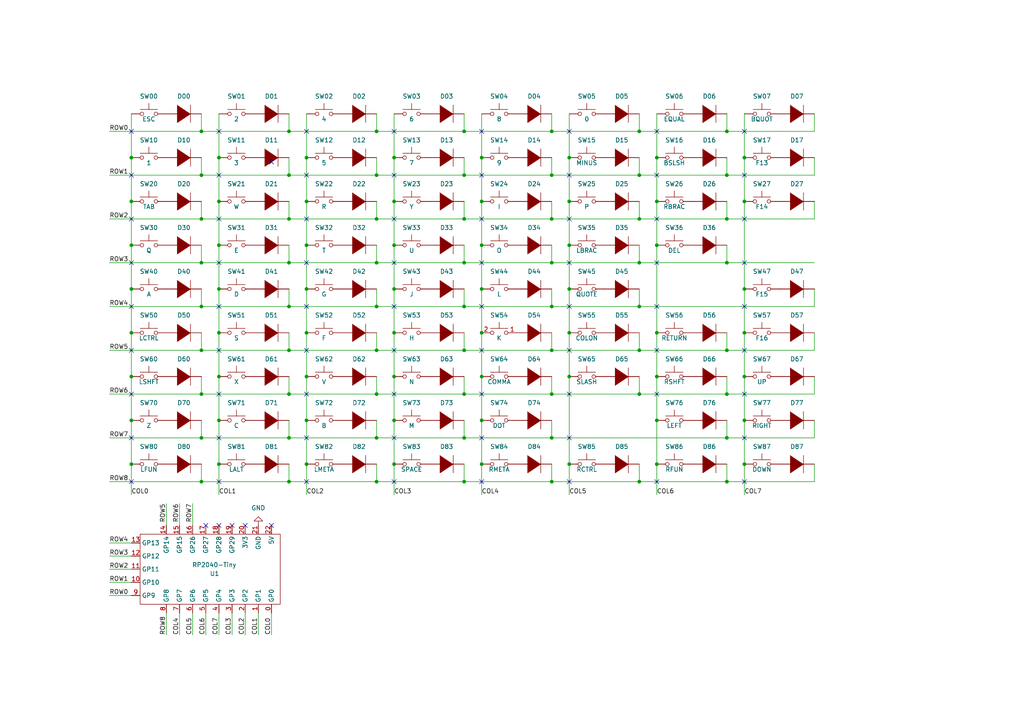
<source format=kicad_sch>
(kicad_sch (version 20211123) (generator eeschema)
  (paper "A4")
  (title_block (title "Keybird") (date "2023-06-29") (rev "0.2"))
  (junction (at 160.02 127))
  (junction (at 114.3 58.42))
  (junction (at 134.62 63.5))
  (junction (at 139.7 121.92))
  (junction (at 38.1 45.72))
  (junction (at 109.22 88.9))
  (junction (at 109.22 139.7))
  (junction (at 114.3 45.72))
  (junction (at 210.82 50.8))
  (junction (at 38.1 96.52))
  (junction (at 185.42 38.1))
  (junction (at 114.3 134.62))
  (junction (at 190.5 71.12))
  (junction (at 185.42 76.2))
  (junction (at 63.5 45.72))
  (junction (at 210.82 127))
  (junction (at 190.5 109.22))
  (junction (at 88.9 71.12))
  (junction (at 83.82 127))
  (junction (at 165.1 134.62))
  (junction (at 139.7 134.62))
  (junction (at 185.42 63.5))
  (junction (at 63.5 96.52))
  (junction (at 63.5 58.42))
  (junction (at 114.3 71.12))
  (junction (at 88.9 109.22))
  (junction (at 38.1 58.42))
  (junction (at 88.9 96.52))
  (junction (at 190.5 58.42))
  (junction (at 38.1 71.12))
  (junction (at 58.42 139.7))
  (junction (at 139.7 96.52))
  (junction (at 134.62 139.7))
  (junction (at 38.1 83.82))
  (junction (at 88.9 134.62))
  (junction (at 185.42 114.3))
  (junction (at 114.3 109.22))
  (junction (at 210.82 101.6))
  (junction (at 139.7 83.82))
  (junction (at 83.82 88.9))
  (junction (at 114.3 96.52))
  (junction (at 215.9 83.82))
  (junction (at 134.62 76.2))
  (junction (at 210.82 38.1))
  (junction (at 109.22 127))
  (junction (at 190.5 45.72))
  (junction (at 165.1 83.82))
  (junction (at 58.42 38.1))
  (junction (at 134.62 114.3))
  (junction (at 215.9 96.52))
  (junction (at 160.02 63.5))
  (junction (at 215.9 134.62))
  (junction (at 134.62 88.9))
  (junction (at 83.82 63.5))
  (junction (at 160.02 101.6))
  (junction (at 88.9 83.82))
  (junction (at 38.1 134.62))
  (junction (at 160.02 38.1))
  (junction (at 88.9 58.42))
  (junction (at 109.22 114.3))
  (junction (at 165.1 71.12))
  (junction (at 109.22 101.6))
  (junction (at 88.9 45.72))
  (junction (at 160.02 114.3))
  (junction (at 134.62 101.6))
  (junction (at 63.5 71.12))
  (junction (at 190.5 96.52))
  (junction (at 58.42 50.8))
  (junction (at 134.62 50.8))
  (junction (at 109.22 63.5))
  (junction (at 63.5 121.92))
  (junction (at 139.7 45.72))
  (junction (at 165.1 109.22))
  (junction (at 210.82 63.5))
  (junction (at 210.82 76.2))
  (junction (at 114.3 83.82))
  (junction (at 83.82 114.3))
  (junction (at 58.42 63.5))
  (junction (at 215.9 121.92))
  (junction (at 139.7 58.42))
  (junction (at 109.22 38.1))
  (junction (at 58.42 88.9))
  (junction (at 88.9 121.92))
  (junction (at 160.02 139.7))
  (junction (at 210.82 139.7))
  (junction (at 134.62 127))
  (junction (at 215.9 109.22))
  (junction (at 38.1 109.22))
  (junction (at 185.42 101.6))
  (junction (at 160.02 50.8))
  (junction (at 190.5 134.62))
  (junction (at 83.82 50.8))
  (junction (at 38.1 121.92))
  (junction (at 63.5 83.82))
  (junction (at 185.42 50.8))
  (junction (at 165.1 96.52))
  (junction (at 58.42 114.3))
  (junction (at 160.02 88.9))
  (junction (at 139.7 71.12))
  (junction (at 215.9 45.72))
  (junction (at 210.82 114.3))
  (junction (at 58.42 101.6))
  (junction (at 109.22 50.8))
  (junction (at 63.5 109.22))
  (junction (at 63.5 134.62))
  (junction (at 160.02 76.2))
  (junction (at 58.42 76.2))
  (junction (at 114.3 121.92))
  (junction (at 139.7 109.22))
  (junction (at 58.42 127))
  (junction (at 185.42 88.9))
  (junction (at 109.22 76.2))
  (junction (at 165.1 45.72))
  (junction (at 83.82 101.6))
  (junction (at 83.82 76.2))
  (junction (at 165.1 58.42))
  (junction (at 190.5 121.92))
  (junction (at 83.82 38.1))
  (junction (at 185.42 139.7))
  (junction (at 134.62 38.1))
  (junction (at 83.82 139.7))
  (junction (at 215.9 58.42))
  (no_connect (at 88.9 88.9))
  (no_connect (at 114.3 38.1))
  (no_connect (at 165.1 76.2))
  (no_connect (at 88.9 114.3))
  (no_connect (at 114.3 50.8))
  (no_connect (at 165.1 38.1))
  (no_connect (at 190.5 50.8))
  (no_connect (at 63.5 63.5))
  (no_connect (at 139.7 101.6))
  (no_connect (at 215.9 114.3))
  (no_connect (at 215.9 88.9))
  (no_connect (at 139.7 114.3))
  (no_connect (at 38.1 101.6))
  (no_connect (at 165.1 63.5))
  (no_connect (at 88.9 50.8))
  (no_connect (at 215.9 63.5))
  (no_connect (at 139.7 50.8))
  (no_connect (at 114.3 63.5))
  (no_connect (at 38.1 38.1))
  (no_connect (at 139.7 38.1))
  (no_connect (at 38.1 114.3))
  (no_connect (at 190.5 101.6))
  (no_connect (at 38.1 50.8))
  (no_connect (at 63.5 139.7))
  (no_connect (at 165.1 139.7))
  (no_connect (at 63.5 88.9))
  (no_connect (at 71.12 152.4))
  (no_connect (at 114.3 101.6))
  (no_connect (at 190.5 63.5))
  (no_connect (at 114.3 114.3))
  (no_connect (at 165.1 127))
  (no_connect (at 38.1 139.7))
  (no_connect (at 139.7 76.2))
  (no_connect (at 114.3 127))
  (no_connect (at 139.7 88.9))
  (no_connect (at 139.7 139.7))
  (no_connect (at 88.9 139.7))
  (no_connect (at 38.1 88.9))
  (no_connect (at 88.9 38.1))
  (no_connect (at 78.74 46.99))
  (no_connect (at 190.5 88.9))
  (no_connect (at 165.1 114.3))
  (no_connect (at 78.74 152.4))
  (no_connect (at 38.1 63.5))
  (no_connect (at 165.1 101.6))
  (no_connect (at 114.3 88.9))
  (no_connect (at 190.5 114.3))
  (no_connect (at 63.5 50.8))
  (no_connect (at 165.1 88.9))
  (no_connect (at 114.3 139.7))
  (no_connect (at 63.5 127))
  (no_connect (at 63.5 76.2))
  (no_connect (at 165.1 50.8))
  (no_connect (at 38.1 76.2))
  (no_connect (at 38.1 127))
  (no_connect (at 215.9 139.7))
  (no_connect (at 63.5 101.6))
  (no_connect (at 88.9 76.2))
  (no_connect (at 139.7 127))
  (no_connect (at 215.9 101.6))
  (no_connect (at 190.5 139.7))
  (no_connect (at 63.5 152.4))
  (no_connect (at 88.9 127))
  (no_connect (at 67.31 152.4))
  (no_connect (at 59.69 152.4))
  (no_connect (at 190.5 76.2))
  (no_connect (at 114.3 76.2))
  (no_connect (at 88.9 101.6))
  (no_connect (at 215.9 50.8))
  (no_connect (at 215.9 127))
  (no_connect (at 63.5 38.1))
  (no_connect (at 63.5 114.3))
  (no_connect (at 139.7 63.5))
  (no_connect (at 215.9 76.2))
  (no_connect (at 88.9 63.5))
  (no_connect (at 215.9 38.1))
  (no_connect (at 190.5 38.1))
  (wire (pts (xy 210.82 121.92) (xy 210.82 127)))
  (wire (pts (xy 83.82 96.52) (xy 83.82 101.6)))
  (wire (pts (xy 215.9 45.72) (xy 215.9 58.42)))
  (wire (pts (xy 58.42 121.92) (xy 58.42 127)))
  (wire (pts (xy 114.3 96.52) (xy 114.3 109.22)))
  (wire (pts (xy 31.75 161.29) (xy 38.1 161.29)))
  (wire (pts (xy 88.9 33.02) (xy 88.9 45.72)))
  (wire (pts (xy 83.82 114.3) (xy 109.22 114.3)))
  (wire (pts (xy 165.1 109.22) (xy 165.1 134.62)))
  (wire (pts (xy 88.9 121.92) (xy 88.9 134.62)))
  (wire (pts (xy 109.22 58.42) (xy 109.22 63.5)))
  (wire (pts (xy 59.69 177.8) (xy 59.69 184.15)))
  (wire (pts (xy 134.62 33.02) (xy 134.62 38.1)))
  (wire (pts (xy 160.02 96.52) (xy 160.02 101.6)))
  (wire (pts (xy 210.82 58.42) (xy 210.82 63.5)))
  (wire (pts (xy 114.3 45.72) (xy 114.3 58.42)))
  (wire (pts (xy 185.42 96.52) (xy 185.42 101.6)))
  (wire (pts (xy 31.75 172.72) (xy 38.1 172.72)))
  (wire (pts (xy 210.82 45.72) (xy 210.82 50.8)))
  (wire (pts (xy 134.62 127) (xy 160.02 127)))
  (wire (pts (xy 83.82 139.7) (xy 109.22 139.7)))
  (wire (pts (xy 134.62 76.2) (xy 160.02 76.2)))
  (wire (pts (xy 160.02 121.92) (xy 160.02 127)))
  (wire (pts (xy 236.22 63.5) (xy 236.22 58.42)))
  (wire (pts (xy 83.82 38.1) (xy 109.22 38.1)))
  (wire (pts (xy 109.22 38.1) (xy 134.62 38.1)))
  (wire (pts (xy 134.62 63.5) (xy 160.02 63.5)))
  (wire (pts (xy 134.62 101.6) (xy 160.02 101.6)))
  (wire (pts (xy 190.5 109.22) (xy 190.5 121.92)))
  (wire (pts (xy 139.7 134.62) (xy 139.7 143.51)))
  (wire (pts (xy 109.22 109.22) (xy 109.22 114.3)))
  (wire (pts (xy 58.42 38.1) (xy 83.82 38.1)))
  (wire (pts (xy 160.02 76.2) (xy 185.42 76.2)))
  (wire (pts (xy 134.62 83.82) (xy 134.62 88.9)))
  (wire (pts (xy 236.22 134.62) (xy 236.22 139.7)))
  (wire (pts (xy 38.1 121.92) (xy 38.1 134.62)))
  (wire (pts (xy 58.42 63.5) (xy 83.82 63.5)))
  (wire (pts (xy 210.82 114.3) (xy 236.22 114.3)))
  (wire (pts (xy 109.22 127) (xy 134.62 127)))
  (wire (pts (xy 134.62 134.62) (xy 134.62 139.7)))
  (wire (pts (xy 215.9 33.02) (xy 215.9 45.72)))
  (wire (pts (xy 83.82 109.22) (xy 83.82 114.3)))
  (wire (pts (xy 83.82 76.2) (xy 109.22 76.2)))
  (wire (pts (xy 31.75 101.6) (xy 58.42 101.6)))
  (wire (pts (xy 134.62 45.72) (xy 134.62 50.8)))
  (wire (pts (xy 165.1 71.12) (xy 165.1 83.82)))
  (wire (pts (xy 139.7 121.92) (xy 139.7 134.62)))
  (wire (pts (xy 114.3 134.62) (xy 114.3 143.51)))
  (wire (pts (xy 63.5 177.8) (xy 63.5 184.15)))
  (wire (pts (xy 63.5 45.72) (xy 63.5 58.42)))
  (wire (pts (xy 185.42 58.42) (xy 185.42 63.5)))
  (wire (pts (xy 134.62 114.3) (xy 160.02 114.3)))
  (wire (pts (xy 83.82 88.9) (xy 109.22 88.9)))
  (wire (pts (xy 31.75 50.8) (xy 58.42 50.8)))
  (wire (pts (xy 31.75 114.3) (xy 58.42 114.3)))
  (wire (pts (xy 31.75 76.2) (xy 58.42 76.2)))
  (wire (pts (xy 114.3 33.02) (xy 114.3 45.72)))
  (wire (pts (xy 185.42 76.2) (xy 210.82 76.2)))
  (wire (pts (xy 160.02 114.3) (xy 185.42 114.3)))
  (wire (pts (xy 134.62 88.9) (xy 160.02 88.9)))
  (wire (pts (xy 165.1 45.72) (xy 165.1 58.42)))
  (wire (pts (xy 83.82 33.02) (xy 83.82 38.1)))
  (wire (pts (xy 160.02 33.02) (xy 160.02 38.1)))
  (wire (pts (xy 134.62 58.42) (xy 134.62 63.5)))
  (wire (pts (xy 236.22 101.6) (xy 236.22 96.52)))
  (wire (pts (xy 109.22 33.02) (xy 109.22 38.1)))
  (wire (pts (xy 83.82 58.42) (xy 83.82 63.5)))
  (wire (pts (xy 38.1 109.22) (xy 38.1 121.92)))
  (wire (pts (xy 109.22 101.6) (xy 134.62 101.6)))
  (wire (pts (xy 63.5 83.82) (xy 63.5 96.52)))
  (wire (pts (xy 109.22 76.2) (xy 134.62 76.2)))
  (wire (pts (xy 58.42 101.6) (xy 83.82 101.6)))
  (wire (pts (xy 109.22 88.9) (xy 134.62 88.9)))
  (wire (pts (xy 31.75 127) (xy 58.42 127)))
  (wire (pts (xy 58.42 45.72) (xy 58.42 50.8)))
  (wire (pts (xy 134.62 109.22) (xy 134.62 114.3)))
  (wire (pts (xy 134.62 139.7) (xy 160.02 139.7)))
  (wire (pts (xy 190.5 58.42) (xy 190.5 71.12)))
  (wire (pts (xy 38.1 33.02) (xy 38.1 45.72)))
  (wire (pts (xy 74.93 184.15) (xy 74.93 177.8)))
  (wire (pts (xy 109.22 134.62) (xy 109.22 139.7)))
  (wire (pts (xy 139.7 96.52) (xy 139.7 109.22)))
  (wire (pts (xy 83.82 101.6) (xy 109.22 101.6)))
  (wire (pts (xy 160.02 139.7) (xy 185.42 139.7)))
  (wire (pts (xy 185.42 139.7) (xy 210.82 139.7)))
  (wire (pts (xy 63.5 134.62) (xy 63.5 143.51)))
  (wire (pts (xy 114.3 109.22) (xy 114.3 121.92)))
  (wire (pts (xy 109.22 121.92) (xy 109.22 127)))
  (wire (pts (xy 38.1 71.12) (xy 38.1 83.82)))
  (wire (pts (xy 114.3 121.92) (xy 114.3 134.62)))
  (wire (pts (xy 58.42 96.52) (xy 58.42 101.6)))
  (wire (pts (xy 83.82 63.5) (xy 109.22 63.5)))
  (wire (pts (xy 185.42 38.1) (xy 210.82 38.1)))
  (wire (pts (xy 109.22 50.8) (xy 134.62 50.8)))
  (wire (pts (xy 38.1 58.42) (xy 38.1 71.12)))
  (wire (pts (xy 63.5 109.22) (xy 63.5 121.92)))
  (wire (pts (xy 210.82 127) (xy 236.22 127)))
  (wire (pts (xy 185.42 45.72) (xy 185.42 50.8)))
  (wire (pts (xy 190.5 71.12) (xy 190.5 96.52)))
  (wire (pts (xy 215.9 134.62) (xy 215.9 143.51)))
  (wire (pts (xy 160.02 38.1) (xy 185.42 38.1)))
  (wire (pts (xy 190.5 96.52) (xy 190.5 109.22)))
  (wire (pts (xy 83.82 45.72) (xy 83.82 50.8)))
  (wire (pts (xy 58.42 71.12) (xy 58.42 76.2)))
  (wire (pts (xy 38.1 134.62) (xy 38.1 143.51)))
  (wire (pts (xy 109.22 139.7) (xy 134.62 139.7)))
  (wire (pts (xy 58.42 109.22) (xy 58.42 114.3)))
  (wire (pts (xy 215.9 109.22) (xy 215.9 121.92)))
  (wire (pts (xy 31.75 157.48) (xy 38.1 157.48)))
  (wire (pts (xy 58.42 50.8) (xy 83.82 50.8)))
  (wire (pts (xy 109.22 114.3) (xy 134.62 114.3)))
  (wire (pts (xy 185.42 134.62) (xy 185.42 139.7)))
  (wire (pts (xy 210.82 71.12) (xy 210.82 76.2)))
  (wire (pts (xy 38.1 96.52) (xy 38.1 109.22)))
  (wire (pts (xy 210.82 50.8) (xy 236.22 50.8)))
  (wire (pts (xy 185.42 101.6) (xy 210.82 101.6)))
  (wire (pts (xy 236.22 50.8) (xy 236.22 45.72)))
  (wire (pts (xy 63.5 121.92) (xy 63.5 134.62)))
  (wire (pts (xy 185.42 114.3) (xy 210.82 114.3)))
  (wire (pts (xy 236.22 88.9) (xy 236.22 83.82)))
  (wire (pts (xy 88.9 83.82) (xy 88.9 96.52)))
  (wire (pts (xy 58.42 58.42) (xy 58.42 63.5)))
  (wire (pts (xy 210.82 76.2) (xy 236.22 76.2)))
  (wire (pts (xy 185.42 71.12) (xy 185.42 76.2)))
  (wire (pts (xy 210.82 109.22) (xy 210.82 114.3)))
  (wire (pts (xy 58.42 134.62) (xy 58.42 139.7)))
  (wire (pts (xy 58.42 88.9) (xy 83.82 88.9)))
  (wire (pts (xy 190.5 45.72) (xy 190.5 58.42)))
  (wire (pts (xy 185.42 63.5) (xy 210.82 63.5)))
  (wire (pts (xy 109.22 63.5) (xy 134.62 63.5)))
  (wire (pts (xy 139.7 58.42) (xy 139.7 71.12)))
  (wire (pts (xy 58.42 76.2) (xy 83.82 76.2)))
  (wire (pts (xy 63.5 71.12) (xy 63.5 83.82)))
  (wire (pts (xy 160.02 109.22) (xy 160.02 114.3)))
  (wire (pts (xy 185.42 33.02) (xy 185.42 38.1)))
  (wire (pts (xy 114.3 71.12) (xy 114.3 83.82)))
  (wire (pts (xy 31.75 165.1) (xy 38.1 165.1)))
  (wire (pts (xy 160.02 101.6) (xy 185.42 101.6)))
  (wire (pts (xy 31.75 168.91) (xy 38.1 168.91)))
  (wire (pts (xy 31.75 63.5) (xy 58.42 63.5)))
  (wire (pts (xy 160.02 63.5) (xy 185.42 63.5)))
  (wire (pts (xy 160.02 58.42) (xy 160.02 63.5)))
  (wire (pts (xy 134.62 121.92) (xy 134.62 127)))
  (wire (pts (xy 165.1 96.52) (xy 165.1 109.22)))
  (wire (pts (xy 160.02 71.12) (xy 160.02 76.2)))
  (wire (pts (xy 139.7 109.22) (xy 139.7 121.92)))
  (wire (pts (xy 83.82 50.8) (xy 109.22 50.8)))
  (wire (pts (xy 134.62 50.8) (xy 160.02 50.8)))
  (wire (pts (xy 52.07 177.8) (xy 52.07 184.15)))
  (wire (pts (xy 83.82 121.92) (xy 83.82 127)))
  (wire (pts (xy 31.75 88.9) (xy 58.42 88.9)))
  (wire (pts (xy 88.9 109.22) (xy 88.9 121.92)))
  (wire (pts (xy 190.5 121.92) (xy 190.5 134.62)))
  (wire (pts (xy 58.42 33.02) (xy 58.42 38.1)))
  (wire (pts (xy 88.9 96.52) (xy 88.9 109.22)))
  (wire (pts (xy 83.82 127) (xy 109.22 127)))
  (wire (pts (xy 83.82 83.82) (xy 83.82 88.9)))
  (wire (pts (xy 114.3 58.42) (xy 114.3 71.12)))
  (wire (pts (xy 139.7 45.72) (xy 139.7 58.42)))
  (wire (pts (xy 160.02 127) (xy 210.82 127)))
  (wire (pts (xy 160.02 88.9) (xy 185.42 88.9)))
  (wire (pts (xy 210.82 101.6) (xy 236.22 101.6)))
  (wire (pts (xy 55.88 177.8) (xy 55.88 184.15)))
  (wire (pts (xy 165.1 134.62) (xy 165.1 143.51)))
  (wire (pts (xy 139.7 83.82) (xy 139.7 96.52)))
  (wire (pts (xy 114.3 83.82) (xy 114.3 96.52)))
  (wire (pts (xy 215.9 96.52) (xy 215.9 109.22)))
  (wire (pts (xy 58.42 139.7) (xy 83.82 139.7)))
  (wire (pts (xy 78.74 184.15) (xy 78.74 177.8)))
  (wire (pts (xy 160.02 134.62) (xy 160.02 139.7)))
  (wire (pts (xy 88.9 71.12) (xy 88.9 83.82)))
  (wire (pts (xy 215.9 121.92) (xy 215.9 134.62)))
  (wire (pts (xy 165.1 83.82) (xy 165.1 96.52)))
  (wire (pts (xy 139.7 71.12) (xy 139.7 83.82)))
  (wire (pts (xy 52.07 146.05) (xy 52.07 152.4)))
  (wire (pts (xy 88.9 134.62) (xy 88.9 143.51)))
  (wire (pts (xy 38.1 45.72) (xy 38.1 58.42)))
  (wire (pts (xy 134.62 38.1) (xy 160.02 38.1)))
  (wire (pts (xy 160.02 45.72) (xy 160.02 50.8)))
  (wire (pts (xy 63.5 96.52) (xy 63.5 109.22)))
  (wire (pts (xy 109.22 83.82) (xy 109.22 88.9)))
  (wire (pts (xy 236.22 114.3) (xy 236.22 109.22)))
  (wire (pts (xy 210.82 38.1) (xy 236.22 38.1)))
  (wire (pts (xy 48.26 184.15) (xy 48.26 177.8)))
  (wire (pts (xy 31.75 139.7) (xy 58.42 139.7)))
  (wire (pts (xy 210.82 134.62) (xy 210.82 139.7)))
  (wire (pts (xy 165.1 33.02) (xy 165.1 45.72)))
  (wire (pts (xy 160.02 50.8) (xy 185.42 50.8)))
  (wire (pts (xy 134.62 96.52) (xy 134.62 101.6)))
  (wire (pts (xy 236.22 38.1) (xy 236.22 33.02)))
  (wire (pts (xy 210.82 96.52) (xy 210.82 101.6)))
  (wire (pts (xy 185.42 109.22) (xy 185.42 114.3)))
  (wire (pts (xy 38.1 83.82) (xy 38.1 96.52)))
  (wire (pts (xy 139.7 33.02) (xy 139.7 45.72)))
  (wire (pts (xy 165.1 58.42) (xy 165.1 71.12)))
  (wire (pts (xy 71.12 184.15) (xy 71.12 177.8)))
  (wire (pts (xy 83.82 71.12) (xy 83.82 76.2)))
  (wire (pts (xy 210.82 139.7) (xy 236.22 139.7)))
  (wire (pts (xy 58.42 127) (xy 83.82 127)))
  (wire (pts (xy 109.22 71.12) (xy 109.22 76.2)))
  (wire (pts (xy 210.82 63.5) (xy 236.22 63.5)))
  (wire (pts (xy 185.42 88.9) (xy 236.22 88.9)))
  (wire (pts (xy 63.5 58.42) (xy 63.5 71.12)))
  (wire (pts (xy 58.42 83.82) (xy 58.42 88.9)))
  (wire (pts (xy 185.42 83.82) (xy 185.42 88.9)))
  (wire (pts (xy 83.82 134.62) (xy 83.82 139.7)))
  (wire (pts (xy 160.02 83.82) (xy 160.02 88.9)))
  (wire (pts (xy 134.62 71.12) (xy 134.62 76.2)))
  (wire (pts (xy 48.26 146.05) (xy 48.26 152.4)))
  (wire (pts (xy 185.42 50.8) (xy 210.82 50.8)))
  (wire (pts (xy 88.9 45.72) (xy 88.9 58.42)))
  (wire (pts (xy 236.22 127) (xy 236.22 121.92)))
  (wire (pts (xy 31.75 38.1) (xy 58.42 38.1)))
  (wire (pts (xy 215.9 58.42) (xy 215.9 83.82)))
  (wire (pts (xy 190.5 33.02) (xy 190.5 45.72)))
  (wire (pts (xy 63.5 33.02) (xy 63.5 45.72)))
  (wire (pts (xy 109.22 45.72) (xy 109.22 50.8)))
  (wire (pts (xy 210.82 33.02) (xy 210.82 38.1)))
  (wire (pts (xy 58.42 114.3) (xy 83.82 114.3)))
  (wire (pts (xy 190.5 134.62) (xy 190.5 143.51)))
  (wire (pts (xy 88.9 58.42) (xy 88.9 71.12)))
  (wire (pts (xy 55.88 146.05) (xy 55.88 152.4)))
  (wire (pts (xy 215.9 83.82) (xy 215.9 96.52)))
  (wire (pts (xy 67.31 177.8) (xy 67.31 184.15)))
  (wire (pts (xy 109.22 96.52) (xy 109.22 101.6)))
  (label "COL4" (at 139.7 143.51 0))
  (label "COL6" (at 190.5 143.51 0))
  (label "ROW1" (at 31.75 50.8 0))
  (label "ROW5" (at 48.26 146.05 270))
  (label "ROW7" (at 55.88 146.05 270))
  (label "COL5" (at 55.88 184.15 90))
  (label "ROW5" (at 31.75 101.6 0))
  (label "COL5" (at 165.1 143.51 0))
  (label "COL4" (at 52.07 184.15 90))
  (label "ROW2" (at 31.75 165.1 0))
  (label "ROW4" (at 31.75 157.48 0))
  (label "ROW2" (at 31.75 63.5 0))
  (label "ROW1" (at 31.75 168.91 0))
  (label "COL3" (at 114.3 143.51 0))
  (label "ROW3" (at 31.75 76.2 0))
  (label "COL1" (at 74.93 184.15 90))
  (label "ROW6" (at 52.07 146.05 270))
  (label "ROW8" (at 48.26 184.15 90))
  (label "COL7" (at 63.5 184.15 90))
  (label "ROW7" (at 31.75 127 0))
  (label "COL0" (at 38.1 143.51 0))
  (label "ROW6" (at 31.75 114.3 0))
  (label "ROW3" (at 31.75 161.29 0))
  (label "COL3" (at 67.31 184.15 90))
  (label "ROW0" (at 31.75 38.1 0))
  (label "ROW4" (at 31.75 88.9 0))
  (label "COL6" (at 59.69 184.15 90))
  (label "COL2" (at 71.12 184.15 90))
  (label "COL7" (at 215.9 143.51 0))
  (label "ROW8" (at 31.75 139.7 0))
  (label "ROW0" (at 31.75 172.72 0))
  (label "COL0" (at 78.74 184.15 90))
  (label "COL1" (at 63.5 143.51 0))
  (label "COL2" (at 88.9 143.51 0))
  (symbol (lib_id "Switch:SW_Push") (at 68.58 134.62 0) (mirror y) (unit 1)
    (property "Reference" "SW81" (at 68.58 129.54 0))
    (property "Value" "LALT" (at 68.58 136.144 0))
    (property "Footprint" "Switch_Keyboard_Hotswap_Kailh:SW_Hotswap_Kailh_MX_1.25u" (effects hide))
  )
  (symbol (lib_id "Switch:SW_Push") (at 68.58 83.82 0) (mirror y) (unit 1)
    (property "Reference" "SW41" (at 68.58 78.74 0))
    (property "Value" "D" (at 68.58 85.344 0))
    (property "Footprint" "Keybird:SW_Hotswap_Kailh_MX_1.00u" (effects hide))
  )
  (symbol (lib_id "Switch:SW_Push") (at 144.78 33.02 0) (mirror y) (unit 1)
    (property "Reference" "SW04" (at 144.78 27.94 0))
    (property "Value" "8" (at 144.78 34.544 0))
    (property "Footprint" "Keybird:SW_Hotswap_Kailh_MX_1.00u" (effects hide))
  )
  (symbol (lib_id "pspice:DIODE") (at 104.14 96.52 0) (unit 1)
    (property "Reference" "D52" (at 104.14 91.44 0))
    (property "Value" "DIODE" (effects hide))
    (property "Footprint" "Diode_SMD:D_SOD-123" (effects hide))
  )
  (symbol (lib_id "pspice:DIODE") (at 154.94 96.52 0) (unit 1)
    (property "Reference" "D54" (at 154.94 91.44 0))
    (property "Value" "DIODE" (effects hide))
    (property "Footprint" "Diode_SMD:D_SOD-123" (effects hide))
  )
  (symbol (lib_id "pspice:DIODE") (at 154.94 109.22 0) (unit 1)
    (property "Reference" "D64" (at 154.94 104.14 0))
    (property "Value" "DIODE" (effects hide))
    (property "Footprint" "Diode_SMD:D_SOD-123" (effects hide))
  )
  (symbol (lib_id "pspice:DIODE") (at 104.14 134.62 0) (unit 1)
    (property "Reference" "D82" (at 104.14 129.54 0))
    (property "Value" "DIODE" (effects hide))
    (property "Footprint" "Diode_SMD:D_SOD-123" (effects hide))
  )
  (symbol (lib_id "Switch:SW_Push") (at 144.78 134.62 0) (mirror y) (unit 1)
    (property "Reference" "SW84" (at 144.78 129.54 0))
    (property "Value" "RMETA" (at 144.78 136.144 0))
    (property "Footprint" "Keybird:SW_Hotswap_Kailh_MX_1.00u" (effects hide))
  )
  (symbol (lib_id "Switch:SW_Push") (at 195.58 33.02 0) (mirror y) (unit 1)
    (property "Reference" "SW06" (at 195.58 27.94 0))
    (property "Value" "EQUAL" (at 195.58 34.544 0))
    (property "Footprint" "Keybird:SW_Hotswap_Kailh_MX_1.00u" (effects hide))
  )
  (symbol (lib_id "Switch:SW_Push") (at 119.38 96.52 0) (mirror y) (unit 1)
    (property "Reference" "SW53" (at 119.38 91.44 0))
    (property "Value" "H" (at 119.38 98.044 0))
    (property "Footprint" "Keybird:SW_Hotswap_Kailh_MX_1.00u" (effects hide))
  )
  (symbol (lib_id "Switch:SW_Push") (at 195.58 96.52 0) (mirror y) (unit 1)
    (property "Reference" "SW56" (at 195.58 91.44 0))
    (property "Value" "RETURN" (at 195.58 98.044 0))
    (property "Footprint" "Keybird:SW_Hotswap_Kailh_MX_2.25u" (effects hide))
  )
  (symbol (lib_id "pspice:DIODE") (at 154.94 83.82 0) (unit 1)
    (property "Reference" "D44" (at 154.94 78.74 0))
    (property "Value" "DIODE" (effects hide))
    (property "Footprint" "Diode_SMD:D_SOD-123" (effects hide))
  )
  (symbol (lib_id "Switch:SW_Push") (at 43.18 71.12 0) (mirror y) (unit 1)
    (property "Reference" "SW30" (at 43.18 66.04 0))
    (property "Value" "Q" (at 43.18 72.644 0))
    (property "Footprint" "Keybird:SW_Hotswap_Kailh_MX_1.00u" (effects hide))
  )
  (symbol (lib_id "Switch:SW_Push") (at 93.98 109.22 0) (mirror y) (unit 1)
    (property "Reference" "SW62" (at 93.98 104.14 0))
    (property "Value" "V" (at 93.98 110.744 0))
    (property "Footprint" "Keybird:SW_Hotswap_Kailh_MX_1.00u" (effects hide))
  )
  (symbol (lib_id "Switch:SW_Push") (at 220.98 109.22 0) (mirror y) (unit 1)
    (property "Reference" "SW67" (at 220.98 104.14 0))
    (property "Value" "UP" (at 220.98 110.744 0))
    (property "Footprint" "Keybird:SW_Hotswap_Kailh_MX_1.00u" (effects hide))
  )
  (symbol (lib_id "pspice:DIODE") (at 129.54 71.12 0) (unit 1)
    (property "Reference" "D33" (at 129.54 66.04 0))
    (property "Value" "DIODE" (effects hide))
    (property "Footprint" "Diode_SMD:D_SOD-123" (effects hide))
  )
  (symbol (lib_id "Switch:SW_Push") (at 93.98 58.42 0) (mirror y) (unit 1)
    (property "Reference" "SW22" (at 93.98 53.34 0))
    (property "Value" "R" (at 93.98 59.944 0))
    (property "Footprint" "Keybird:SW_Hotswap_Kailh_MX_1.00u" (effects hide))
  )
  (symbol (lib_id "Switch:SW_Push") (at 170.18 58.42 0) (mirror y) (unit 1)
    (property "Reference" "SW25" (at 170.18 53.34 0))
    (property "Value" "P" (at 170.18 59.944 0))
    (property "Footprint" "Keybird:SW_Hotswap_Kailh_MX_1.00u" (effects hide))
  )
  (symbol (lib_id "pspice:DIODE") (at 180.34 71.12 0) (unit 1)
    (property "Reference" "D35" (at 180.34 66.04 0))
    (property "Value" "DIODE" (effects hide))
    (property "Footprint" "Diode_SMD:D_SOD-123" (effects hide))
  )
  (symbol (lib_id "pspice:DIODE") (at 205.74 109.22 0) (unit 1)
    (property "Reference" "D66" (at 205.74 104.14 0))
    (property "Value" "DIODE" (effects hide))
    (property "Footprint" "Diode_SMD:D_SOD-123" (effects hide))
  )
  (symbol (lib_id "Switch:SW_Push") (at 93.98 45.72 0) (mirror y) (unit 1)
    (property "Reference" "SW12" (at 93.98 40.64 0))
    (property "Value" "5" (at 93.98 47.244 0))
    (property "Footprint" "Keybird:SW_Hotswap_Kailh_MX_1.00u" (effects hide))
  )
  (symbol (lib_id "pspice:DIODE") (at 53.34 58.42 0) (unit 1)
    (property "Reference" "D20" (at 53.34 53.34 0))
    (property "Value" "DIODE" (effects hide))
    (property "Footprint" "Diode_SMD:D_SOD-123" (effects hide))
  )
  (symbol (lib_id "pspice:DIODE") (at 231.14 109.22 0) (unit 1)
    (property "Reference" "D67" (at 231.14 104.14 0))
    (property "Value" "DIODE" (effects hide))
    (property "Footprint" "Diode_SMD:D_SOD-123" (effects hide))
  )
  (symbol (lib_id "pspice:DIODE") (at 53.34 33.02 0) (unit 1)
    (property "Reference" "D00" (at 53.34 27.94 0))
    (property "Value" "DIODE" (effects hide))
    (property "Footprint" "Diode_SMD:D_SOD-123" (effects hide))
  )
  (symbol (lib_id "Switch:SW_Push") (at 119.38 33.02 0) (mirror y) (unit 1)
    (property "Reference" "SW03" (at 119.38 27.94 0))
    (property "Value" "6" (at 119.38 34.544 0))
    (property "Footprint" "Keybird:SW_Hotswap_Kailh_MX_1.00u" (effects hide))
  )
  (symbol (lib_id "Switch:SW_Push") (at 93.98 134.62 0) (mirror y) (unit 1)
    (property "Reference" "SW82" (at 93.98 129.54 0))
    (property "Value" "LMETA" (at 93.98 136.144 0))
    (property "Footprint" "Switch_Keyboard_Hotswap_Kailh:SW_Hotswap_Kailh_MX_1.25u" (effects hide))
  )
  (symbol (lib_id "pspice:DIODE") (at 53.34 45.72 0) (unit 1)
    (property "Reference" "D10" (at 53.34 40.64 0))
    (property "Value" "DIODE" (effects hide))
    (property "Footprint" "Diode_SMD:D_SOD-123" (effects hide))
  )
  (symbol (lib_id "pspice:DIODE") (at 129.54 109.22 0) (unit 1)
    (property "Reference" "D63" (at 129.54 104.14 0))
    (property "Value" "DIODE" (effects hide))
    (property "Footprint" "Diode_SMD:D_SOD-123" (effects hide))
  )
  (symbol (lib_id "Switch:SW_Push") (at 43.18 45.72 0) (mirror y) (unit 1)
    (property "Reference" "SW10" (at 43.18 40.64 0))
    (property "Value" "1" (at 43.18 47.244 0))
    (property "Footprint" "Keybird:SW_Hotswap_Kailh_MX_1.00u" (effects hide))
  )
  (symbol (lib_id "pspice:DIODE") (at 205.74 58.42 0) (unit 1)
    (property "Reference" "D26" (at 205.74 53.34 0))
    (property "Value" "DIODE" (effects hide))
    (property "Footprint" "Diode_SMD:D_SOD-123" (effects hide))
  )
  (symbol (lib_id "pspice:DIODE") (at 78.74 134.62 0) (unit 1)
    (property "Reference" "D81" (at 78.74 129.54 0))
    (property "Value" "DIODE" (effects hide))
    (property "Footprint" "Diode_SMD:D_SOD-123" (effects hide))
  )
  (symbol (lib_id "pspice:DIODE") (at 129.54 121.92 0) (unit 1)
    (property "Reference" "D73" (at 129.54 116.84 0))
    (property "Value" "DIODE" (effects hide))
    (property "Footprint" "Diode_SMD:D_SOD-123" (effects hide))
  )
  (symbol (lib_id "pspice:DIODE") (at 231.14 134.62 0) (unit 1)
    (property "Reference" "D87" (at 231.14 129.54 0))
    (property "Value" "DIODE" (effects hide))
    (property "Footprint" "Diode_SMD:D_SOD-123" (effects hide))
  )
  (symbol (lib_id "pspice:DIODE") (at 78.74 33.02 0) (unit 1)
    (property "Reference" "D01" (at 78.74 27.94 0))
    (property "Value" "DIODE" (effects hide))
    (property "Footprint" "Diode_SMD:D_SOD-123" (effects hide))
  )
  (symbol (lib_id "Switch:SW_Push") (at 195.58 121.92 0) (mirror y) (unit 1)
    (property "Reference" "SW76" (at 195.58 116.84 0))
    (property "Value" "LEFT" (at 195.58 123.444 0))
    (property "Footprint" "Keybird:SW_Hotswap_Kailh_MX_1.00u" (effects hide))
  )
  (symbol (lib_id "pspice:DIODE") (at 53.34 121.92 0) (unit 1)
    (property "Reference" "D70" (at 53.34 116.84 0))
    (property "Value" "DIODE" (effects hide))
    (property "Footprint" "Diode_SMD:D_SOD-123" (effects hide))
  )
  (symbol (lib_id "pspice:DIODE") (at 129.54 45.72 0) (unit 1)
    (property "Reference" "D13" (at 129.54 40.64 0))
    (property "Value" "DIODE" (effects hide))
    (property "Footprint" "Diode_SMD:D_SOD-123" (effects hide))
  )
  (symbol (lib_id "Switch:SW_Push") (at 43.18 109.22 0) (mirror y) (unit 1)
    (property "Reference" "SW60" (at 43.18 104.14 0))
    (property "Value" "LSHFT" (at 43.18 110.744 0))
    (property "Footprint" "Keybird:SW_Hotswap_Kailh_MX_2.25u" (effects hide))
  )
  (symbol (lib_id "pspice:DIODE") (at 104.14 83.82 0) (unit 1)
    (property "Reference" "D42" (at 104.14 78.74 0))
    (property "Value" "DIODE" (effects hide))
    (property "Footprint" "Diode_SMD:D_SOD-123" (effects hide))
  )
  (symbol (lib_id "Switch:SW_Push") (at 68.58 33.02 0) (mirror y) (unit 1)
    (property "Reference" "SW01" (at 68.58 27.94 0))
    (property "Value" "2" (at 68.58 34.544 0))
    (property "Footprint" "Keybird:SW_Hotswap_Kailh_MX_1.00u" (effects hide))
  )
  (symbol (lib_id "pspice:DIODE") (at 154.94 71.12 0) (unit 1)
    (property "Reference" "D34" (at 154.94 66.04 0))
    (property "Value" "DIODE" (effects hide))
    (property "Footprint" "Diode_SMD:D_SOD-123" (effects hide))
  )
  (symbol (lib_id "Switch:SW_Push") (at 144.78 109.22 0) (mirror y) (unit 1)
    (property "Reference" "SW64" (at 144.78 104.14 0))
    (property "Value" "COMMA" (at 144.78 110.744 0))
    (property "Footprint" "Keybird:SW_Hotswap_Kailh_MX_1.00u" (effects hide))
  )
  (symbol (lib_id "pspice:DIODE") (at 129.54 134.62 0) (unit 1)
    (property "Reference" "D83" (at 129.54 129.54 0))
    (property "Value" "DIODE" (effects hide))
    (property "Footprint" "Diode_SMD:D_SOD-123" (effects hide))
  )
  (symbol (lib_id "pspice:DIODE") (at 180.34 96.52 0) (unit 1)
    (property "Reference" "D55" (at 180.34 91.44 0))
    (property "Value" "DIODE" (effects hide))
    (property "Footprint" "Diode_SMD:D_SOD-123" (effects hide))
  )
  (symbol (lib_id "Switch:SW_Push") (at 220.98 134.62 0) (mirror y) (unit 1)
    (property "Reference" "SW87" (at 220.98 129.54 0))
    (property "Value" "DOWN" (at 220.98 136.144 0))
    (property "Footprint" "Keybird:SW_Hotswap_Kailh_MX_1.00u" (effects hide))
  )
  (symbol (lib_id "pspice:DIODE") (at 180.34 83.82 0) (unit 1)
    (property "Reference" "D45" (at 180.34 78.74 0))
    (property "Value" "DIODE" (effects hide))
    (property "Footprint" "Diode_SMD:D_SOD-123" (effects hide))
  )
  (symbol (lib_id "Switch:SW_Push") (at 144.78 121.92 0) (mirror y) (unit 1)
    (property "Reference" "SW74" (at 144.78 116.84 0))
    (property "Value" "DOT" (at 144.78 123.444 0))
    (property "Footprint" "Keybird:SW_Hotswap_Kailh_MX_1.00u" (effects hide))
  )
  (symbol (lib_id "pspice:DIODE") (at 154.94 45.72 0) (unit 1)
    (property "Reference" "D14" (at 154.94 40.64 0))
    (property "Value" "DIODE" (effects hide))
    (property "Footprint" "Diode_SMD:D_SOD-123" (effects hide))
  )
  (symbol (lib_id "MCU_Module:RP2040-Tiny") (at 62.23 165.1 180) (unit 1)
    (property "Reference" "U1" (at 62.23 166.37 0))
    (property "Value" "RP2040-Tiny" (at 68.58 163.83 0) (effects (justify left)))
    (property "Footprint" "Module:RP2040-Tiny" (effects hide))
  )
  (symbol (lib_name "SW_Push_2") (lib_id "Switch:SW_Push") (at 68.58 121.92 0) (mirror y) (unit 1)
    (property "Reference" "SW71" (at 68.58 116.84 0))
    (property "Value" "C" (at 68.58 123.444 0))
    (property "Footprint" "Keybird:SW_Hotswap_Kailh_MX_1.00u" (effects hide))
  )
  (symbol (lib_id "Switch:SW_Push") (at 119.38 134.62 0) (mirror y) (unit 1)
    (property "Reference" "SW83" (at 119.38 129.54 0))
    (property "Value" "SPACE" (at 119.38 136.144 0))
    (property "Footprint" "Keybird:SW_Hotswap_Kailh_MX_6.25u" (effects hide))
  )
  (symbol (lib_id "pspice:DIODE") (at 129.54 96.52 0) (unit 1)
    (property "Reference" "D53" (at 129.54 91.44 0))
    (property "Value" "DIODE" (effects hide))
    (property "Footprint" "Diode_SMD:D_SOD-123" (effects hide))
  )
  (symbol (lib_id "pspice:DIODE") (at 78.74 109.22 0) (unit 1)
    (property "Reference" "D61" (at 78.74 104.14 0))
    (property "Value" "DIODE" (effects hide))
    (property "Footprint" "Diode_SMD:D_SOD-123" (effects hide))
  )
  (symbol (lib_id "Switch:SW_Push") (at 93.98 83.82 0) (mirror y) (unit 1)
    (property "Reference" "SW42" (at 93.98 78.74 0))
    (property "Value" "G" (at 93.98 85.344 0))
    (property "Footprint" "Keybird:SW_Hotswap_Kailh_MX_1.00u" (effects hide))
  )
  (symbol (lib_id "Switch:SW_Push") (at 170.18 83.82 0) (mirror y) (unit 1)
    (property "Reference" "SW45" (at 170.18 78.74 0))
    (property "Value" "QUOTE" (at 170.18 85.344 0))
    (property "Footprint" "Keybird:SW_Hotswap_Kailh_MX_1.00u" (effects hide))
  )
  (symbol (lib_id "pspice:DIODE") (at 205.74 71.12 0) (unit 1)
    (property "Reference" "D36" (at 205.74 66.04 0))
    (property "Value" "DIODE" (effects hide))
    (property "Footprint" "Diode_SMD:D_SOD-123" (effects hide))
  )
  (symbol (lib_id "Switch:SW_Push") (at 220.98 121.92 0) (mirror y) (unit 1)
    (property "Reference" "SW77" (at 220.98 116.84 0))
    (property "Value" "RIGHT" (at 220.98 123.444 0))
    (property "Footprint" "Keybird:SW_Hotswap_Kailh_MX_1.00u" (effects hide))
  )
  (symbol (lib_id "pspice:DIODE") (at 180.34 134.62 0) (unit 1)
    (property "Reference" "D85" (at 180.34 129.54 0))
    (property "Value" "DIODE" (effects hide))
    (property "Footprint" "Diode_SMD:D_SOD-123" (effects hide))
  )
  (symbol (lib_id "Switch:SW_Push") (at 43.18 83.82 0) (mirror y) (unit 1)
    (property "Reference" "SW40" (at 43.18 78.74 0))
    (property "Value" "A" (at 43.18 85.344 0))
    (property "Footprint" "Keybird:SW_Hotswap_Kailh_MX_1.00u" (effects hide))
  )
  (symbol (lib_id "pspice:DIODE") (at 104.14 109.22 0) (unit 1)
    (property "Reference" "D62" (at 104.14 104.14 0))
    (property "Value" "DIODE" (effects hide))
    (property "Footprint" "Diode_SMD:D_SOD-123" (effects hide))
  )
  (symbol (lib_id "Switch:SW_Push") (at 144.78 58.42 0) (mirror y) (unit 1)
    (property "Reference" "SW24" (at 144.78 53.34 0))
    (property "Value" "I" (at 144.78 59.944 0))
    (property "Footprint" "Keybird:SW_Hotswap_Kailh_MX_1.00u" (effects hide))
  )
  (symbol (lib_id "Switch:SW_Push") (at 220.98 96.52 0) (mirror y) (unit 1)
    (property "Reference" "SW57" (at 220.98 91.44 0))
    (property "Value" "F16" (at 220.98 98.044 0))
    (property "Footprint" "Keybird:SW_Hotswap_Kailh_MX_1.00u" (effects hide))
  )
  (symbol (lib_id "Switch:SW_Push") (at 220.98 83.82 0) (mirror y) (unit 1)
    (property "Reference" "SW47" (at 220.98 78.74 0))
    (property "Value" "F15" (at 220.98 85.344 0))
    (property "Footprint" "Keybird:SW_Hotswap_Kailh_MX_1.00u" (effects hide))
  )
  (symbol (lib_id "pspice:DIODE") (at 231.14 33.02 0) (unit 1)
    (property "Reference" "D07" (at 231.14 27.94 0))
    (property "Value" "DIODE" (effects hide))
    (property "Footprint" "Diode_SMD:D_SOD-123" (effects hide))
  )
  (symbol (lib_id "Switch:SW_Push") (at 119.38 45.72 0) (mirror y) (unit 1)
    (property "Reference" "SW13" (at 119.38 40.64 0))
    (property "Value" "7" (at 119.38 47.244 0))
    (property "Footprint" "Keybird:SW_Hotswap_Kailh_MX_1.00u" (effects hide))
  )
  (symbol (lib_id "Switch:SW_Push") (at 119.38 71.12 0) (mirror y) (unit 1)
    (property "Reference" "SW33" (at 119.38 66.04 0))
    (property "Value" "U" (at 119.38 72.644 0))
    (property "Footprint" "Keybird:SW_Hotswap_Kailh_MX_1.00u" (effects hide))
  )
  (symbol (lib_id "Switch:SW_Push") (at 170.18 33.02 0) (mirror y) (unit 1)
    (property "Reference" "SW05" (at 170.18 27.94 0))
    (property "Value" "0" (at 170.18 34.544 0))
    (property "Footprint" "Keybird:SW_Hotswap_Kailh_MX_1.00u" (effects hide))
  )
  (symbol (lib_id "pspice:DIODE") (at 53.34 109.22 0) (unit 1)
    (property "Reference" "D60" (at 53.34 104.14 0))
    (property "Value" "DIODE" (effects hide))
    (property "Footprint" "Diode_SMD:D_SOD-123" (effects hide))
  )
  (symbol (lib_name "SW_Push_1") (lib_id "Switch:SW_Push") (at 144.78 96.52 0) (mirror y) (unit 1)
    (property "Reference" "SW54" (at 144.78 91.44 0))
    (property "Value" "K" (at 144.78 98.044 0))
    (property "Footprint" "Keybird:SW_Hotswap_Kailh_MX_1.00u" (effects hide))
  )
  (symbol (lib_id "pspice:DIODE") (at 78.74 83.82 0) (unit 1)
    (property "Reference" "D41" (at 78.74 78.74 0))
    (property "Value" "DIODE" (effects hide))
    (property "Footprint" "Diode_SMD:D_SOD-123" (effects hide))
  )
  (symbol (lib_id "Switch:SW_Push") (at 43.18 58.42 0) (mirror y) (unit 1)
    (property "Reference" "SW20" (at 43.18 53.34 0))
    (property "Value" "TAB" (at 43.18 59.944 0))
    (property "Footprint" "Keybird:SW_Hotswap_Kailh_MX_1.50u" (effects hide))
  )
  (symbol (lib_id "Switch:SW_Push") (at 170.18 45.72 0) (mirror y) (unit 1)
    (property "Reference" "SW15" (at 170.18 40.64 0))
    (property "Value" "MINUS" (at 170.18 47.244 0))
    (property "Footprint" "Keybird:SW_Hotswap_Kailh_MX_1.00u" (effects hide))
  )
  (symbol (lib_id "Switch:SW_Push") (at 43.18 121.92 0) (mirror y) (unit 1)
    (property "Reference" "SW70" (at 43.18 116.84 0))
    (property "Value" "Z" (at 43.18 123.444 0))
    (property "Footprint" "Keybird:SW_Hotswap_Kailh_MX_1.00u" (effects hide))
  )
  (symbol (lib_id "pspice:DIODE") (at 129.54 58.42 0) (unit 1)
    (property "Reference" "D23" (at 129.54 53.34 0))
    (property "Value" "DIODE" (effects hide))
    (property "Footprint" "Diode_SMD:D_SOD-123" (effects hide))
  )
  (symbol (lib_id "Switch:SW_Push") (at 144.78 71.12 0) (mirror y) (unit 1)
    (property "Reference" "SW34" (at 144.78 66.04 0))
    (property "Value" "O" (at 144.78 72.644 0))
    (property "Footprint" "Keybird:SW_Hotswap_Kailh_MX_1.00u" (effects hide))
  )
  (symbol (lib_id "Switch:SW_Push") (at 195.58 58.42 0) (mirror y) (unit 1)
    (property "Reference" "SW26" (at 195.58 53.34 0))
    (property "Value" "RBRAC" (at 195.58 59.944 0))
    (property "Footprint" "Keybird:SW_Hotswap_Kailh_MX_1.00u" (effects hide))
  )
  (symbol (lib_id "pspice:DIODE") (at 78.74 121.92 0) (unit 1)
    (property "Reference" "D71" (at 78.74 116.84 0))
    (property "Value" "DIODE" (effects hide))
    (property "Footprint" "Diode_SMD:D_SOD-123" (effects hide))
  )
  (symbol (lib_id "Switch:SW_Push") (at 195.58 109.22 0) (mirror y) (unit 1)
    (property "Reference" "SW66" (at 195.58 104.14 0))
    (property "Value" "RSHFT" (at 195.58 110.744 0))
    (property "Footprint" "Keybird:SW_Hotswap_Kailh_MX_1.75u" (effects hide))
  )
  (symbol (lib_id "Switch:SW_Push") (at 68.58 96.52 0) (mirror y) (unit 1)
    (property "Reference" "SW51" (at 68.58 91.44 0))
    (property "Value" "S" (at 68.58 98.044 0))
    (property "Footprint" "Keybird:SW_Hotswap_Kailh_MX_1.00u" (effects hide))
  )
  (symbol (lib_id "pspice:DIODE") (at 104.14 121.92 0) (unit 1)
    (property "Reference" "D72" (at 104.14 116.84 0))
    (property "Value" "DIODE" (effects hide))
    (property "Footprint" "Diode_SMD:D_SOD-123" (effects hide))
  )
  (symbol (lib_id "Switch:SW_Push") (at 170.18 109.22 0) (mirror y) (unit 1)
    (property "Reference" "SW65" (at 170.18 104.14 0))
    (property "Value" "SLASH" (at 170.18 110.744 0))
    (property "Footprint" "Keybird:SW_Hotswap_Kailh_MX_1.00u" (effects hide))
  )
  (symbol (lib_id "pspice:DIODE") (at 154.94 58.42 0) (unit 1)
    (property "Reference" "D24" (at 154.94 53.34 0))
    (property "Value" "DIODE" (effects hide))
    (property "Footprint" "Diode_SMD:D_SOD-123" (effects hide))
  )
  (symbol (lib_id "pspice:DIODE") (at 78.74 96.52 0) (unit 1)
    (property "Reference" "D51" (at 78.74 91.44 0))
    (property "Value" "DIODE" (effects hide))
    (property "Footprint" "Diode_SMD:D_SOD-123" (effects hide))
  )
  (symbol (lib_id "Switch:SW_Push") (at 220.98 45.72 0) (mirror y) (unit 1)
    (property "Reference" "SW17" (at 220.98 40.64 0))
    (property "Value" "F13" (at 220.98 47.244 0))
    (property "Footprint" "Keybird:SW_Hotswap_Kailh_MX_1.00u" (effects hide))
  )
  (symbol (lib_id "Switch:SW_Push") (at 144.78 83.82 0) (mirror y) (unit 1)
    (property "Reference" "SW44" (at 144.78 78.74 0))
    (property "Value" "L" (at 144.78 85.344 0))
    (property "Footprint" "Keybird:SW_Hotswap_Kailh_MX_1.00u" (effects hide))
  )
  (symbol (lib_id "Switch:SW_Push") (at 43.18 33.02 0) (mirror y) (unit 1)
    (property "Reference" "SW00" (at 43.18 27.94 0))
    (property "Value" "ESC" (at 43.18 34.544 0))
    (property "Footprint" "Keybird:SW_Hotswap_Kailh_MX_1.00u" (effects hide))
  )
  (symbol (lib_id "pspice:DIODE") (at 104.14 33.02 0) (unit 1)
    (property "Reference" "D02" (at 104.14 27.94 0))
    (property "Value" "DIODE" (effects hide))
    (property "Footprint" "Diode_SMD:D_SOD-123" (effects hide))
  )
  (symbol (lib_id "Switch:SW_Push") (at 170.18 96.52 0) (mirror y) (unit 1)
    (property "Reference" "SW55" (at 170.18 91.44 0))
    (property "Value" "COLON" (at 170.18 98.044 0))
    (property "Footprint" "Keybird:SW_Hotswap_Kailh_MX_1.00u" (effects hide))
  )
  (symbol (lib_id "Switch:SW_Push") (at 195.58 134.62 0) (mirror y) (unit 1)
    (property "Reference" "SW86" (at 195.58 129.54 0))
    (property "Value" "RFUN" (at 195.58 136.144 0))
    (property "Footprint" "Keybird:SW_Hotswap_Kailh_MX_1.00u" (effects hide))
  )
  (symbol (lib_id "pspice:DIODE") (at 231.14 96.52 0) (unit 1)
    (property "Reference" "D57" (at 231.14 91.44 0))
    (property "Value" "DIODE" (effects hide))
    (property "Footprint" "Diode_SMD:D_SOD-123" (effects hide))
  )
  (symbol (lib_id "pspice:DIODE") (at 104.14 45.72 0) (unit 1)
    (property "Reference" "D12" (at 104.14 40.64 0))
    (property "Value" "DIODE" (effects hide))
    (property "Footprint" "Diode_SMD:D_SOD-123" (effects hide))
  )
  (symbol (lib_id "pspice:DIODE") (at 231.14 58.42 0) (unit 1)
    (property "Reference" "D27" (at 231.14 53.34 0))
    (property "Value" "DIODE" (effects hide))
    (property "Footprint" "Diode_SMD:D_SOD-123" (effects hide))
  )
  (symbol (lib_id "pspice:DIODE") (at 205.74 45.72 0) (unit 1)
    (property "Reference" "D16" (at 205.74 40.64 0))
    (property "Value" "DIODE" (effects hide))
    (property "Footprint" "Diode_SMD:D_SOD-123" (effects hide))
  )
  (symbol (lib_id "pspice:DIODE") (at 78.74 58.42 0) (unit 1)
    (property "Reference" "D21" (at 78.74 53.34 0))
    (property "Value" "DIODE" (effects hide))
    (property "Footprint" "Diode_SMD:D_SOD-123" (effects hide))
  )
  (symbol (lib_id "pspice:DIODE") (at 53.34 96.52 0) (unit 1)
    (property "Reference" "D50" (at 53.34 91.44 0))
    (property "Value" "DIODE" (effects hide))
    (property "Footprint" "Diode_SMD:D_SOD-123" (effects hide))
  )
  (symbol (lib_id "pspice:DIODE") (at 53.34 134.62 0) (unit 1)
    (property "Reference" "D80" (at 53.34 129.54 0))
    (property "Value" "DIODE" (effects hide))
    (property "Footprint" "Diode_SMD:D_SOD-123" (effects hide))
  )
  (symbol (lib_id "pspice:DIODE") (at 104.14 71.12 0) (unit 1)
    (property "Reference" "D32" (at 104.14 66.04 0))
    (property "Value" "DIODE" (effects hide))
    (property "Footprint" "Diode_SMD:D_SOD-123" (effects hide))
  )
  (symbol (lib_id "Switch:SW_Push") (at 93.98 96.52 0) (mirror y) (unit 1)
    (property "Reference" "SW52" (at 93.98 91.44 0))
    (property "Value" "F" (at 93.98 98.044 0))
    (property "Footprint" "Keybird:SW_Hotswap_Kailh_MX_1.00u" (effects hide))
  )
  (symbol (lib_id "pspice:DIODE") (at 205.74 134.62 0) (unit 1)
    (property "Reference" "D86" (at 205.74 129.54 0))
    (property "Value" "DIODE" (effects hide))
    (property "Footprint" "Diode_SMD:D_SOD-123" (effects hide))
  )
  (symbol (lib_id "pspice:DIODE") (at 53.34 71.12 0) (unit 1)
    (property "Reference" "D30" (at 53.34 66.04 0))
    (property "Value" "DIODE" (effects hide))
    (property "Footprint" "Diode_SMD:D_SOD-123" (effects hide))
  )
  (symbol (lib_id "Switch:SW_Push") (at 43.18 134.62 0) (mirror y) (unit 1)
    (property "Reference" "SW80" (at 43.18 129.54 0))
    (property "Value" "LFUN" (at 43.18 136.144 0))
    (property "Footprint" "Switch_Keyboard_Hotswap_Kailh:SW_Hotswap_Kailh_MX_1.25u" (effects hide))
  )
  (symbol (lib_id "Switch:SW_Push") (at 68.58 109.22 0) (mirror y) (unit 1)
    (property "Reference" "SW61" (at 68.58 104.14 0))
    (property "Value" "X" (at 68.58 110.744 0))
    (property "Footprint" "Keybird:SW_Hotswap_Kailh_MX_1.00u" (effects hide))
  )
  (symbol (lib_id "pspice:DIODE") (at 231.14 83.82 0) (unit 1)
    (property "Reference" "D47" (at 231.14 78.74 0))
    (property "Value" "DIODE" (effects hide))
    (property "Footprint" "Diode_SMD:D_SOD-123" (effects hide))
  )
  (symbol (lib_id "Switch:SW_Push") (at 68.58 45.72 0) (mirror y) (unit 1)
    (property "Reference" "SW11" (at 68.58 40.64 0))
    (property "Value" "3" (at 68.58 47.244 0))
    (property "Footprint" "Keybird:SW_Hotswap_Kailh_MX_1.00u" (effects hide))
  )
  (symbol (lib_id "Switch:SW_Push") (at 119.38 58.42 0) (mirror y) (unit 1)
    (property "Reference" "SW23" (at 119.38 53.34 0))
    (property "Value" "Y" (at 119.38 59.944 0))
    (property "Footprint" "Keybird:SW_Hotswap_Kailh_MX_1.00u" (effects hide))
  )
  (symbol (lib_id "pspice:DIODE") (at 180.34 45.72 0) (unit 1)
    (property "Reference" "D15" (at 180.34 40.64 0))
    (property "Value" "DIODE" (effects hide))
    (property "Footprint" "Diode_SMD:D_SOD-123" (effects hide))
  )
  (symbol (lib_id "pspice:DIODE") (at 180.34 109.22 0) (unit 1)
    (property "Reference" "D65" (at 180.34 104.14 0))
    (property "Value" "DIODE" (effects hide))
    (property "Footprint" "Diode_SMD:D_SOD-123" (effects hide))
  )
  (symbol (lib_id "power:GND") (at 74.93 152.4 180) (unit 1)
    (property "Reference" "#PWR0101" (effects hide))
    (property "Value" "GND" (at 74.93 147.32 0))
  )
  (symbol (lib_id "Switch:SW_Push") (at 170.18 71.12 0) (mirror y) (unit 1)
    (property "Reference" "SW35" (at 170.18 66.04 0))
    (property "Value" "LBRAC" (at 170.18 72.644 0))
    (property "Footprint" "Keybird:SW_Hotswap_Kailh_MX_1.00u" (effects hide))
  )
  (symbol (lib_id "pspice:DIODE") (at 205.74 121.92 0) (unit 1)
    (property "Reference" "D76" (at 205.74 116.84 0))
    (property "Value" "DIODE" (effects hide))
    (property "Footprint" "Diode_SMD:D_SOD-123" (effects hide))
  )
  (symbol (lib_id "pspice:DIODE") (at 78.74 45.72 0) (unit 1)
    (property "Reference" "D11" (at 78.74 40.64 0))
    (property "Value" "DIODE" (effects hide))
    (property "Footprint" "Diode_SMD:D_SOD-123" (effects hide))
  )
  (symbol (lib_id "Switch:SW_Push") (at 68.58 71.12 0) (mirror y) (unit 1)
    (property "Reference" "SW31" (at 68.58 66.04 0))
    (property "Value" "E" (at 68.58 72.644 0))
    (property "Footprint" "Keybird:SW_Hotswap_Kailh_MX_1.00u" (effects hide))
  )
  (symbol (lib_id "Switch:SW_Push") (at 119.38 121.92 0) (mirror y) (unit 1)
    (property "Reference" "SW73" (at 119.38 116.84 0))
    (property "Value" "M" (at 119.38 123.444 0))
    (property "Footprint" "Keybird:SW_Hotswap_Kailh_MX_1.00u" (effects hide))
  )
  (symbol (lib_id "pspice:DIODE") (at 180.34 33.02 0) (unit 1)
    (property "Reference" "D05" (at 180.34 27.94 0))
    (property "Value" "DIODE" (effects hide))
    (property "Footprint" "Diode_SMD:D_SOD-123" (effects hide))
  )
  (symbol (lib_id "pspice:DIODE") (at 231.14 45.72 0) (unit 1)
    (property "Reference" "D17" (at 231.14 40.64 0))
    (property "Value" "DIODE" (effects hide))
    (property "Footprint" "Diode_SMD:D_SOD-123" (effects hide))
  )
  (symbol (lib_id "pspice:DIODE") (at 154.94 121.92 0) (unit 1)
    (property "Reference" "D74" (at 154.94 116.84 0))
    (property "Value" "DIODE" (effects hide))
    (property "Footprint" "Diode_SMD:D_SOD-123" (effects hide))
  )
  (symbol (lib_id "pspice:DIODE") (at 231.14 121.92 0) (unit 1)
    (property "Reference" "D77" (at 231.14 116.84 0))
    (property "Value" "DIODE" (effects hide))
    (property "Footprint" "Diode_SMD:D_SOD-123" (effects hide))
  )
  (symbol (lib_id "Switch:SW_Push") (at 195.58 45.72 0) (mirror y) (unit 1)
    (property "Reference" "SW16" (at 195.58 40.64 0))
    (property "Value" "BSLSH" (at 195.58 47.244 0))
    (property "Footprint" "Keybird:SW_Hotswap_Kailh_MX_1.00u" (effects hide))
  )
  (symbol (lib_id "Switch:SW_Push") (at 220.98 33.02 0) (mirror y) (unit 1)
    (property "Reference" "SW07" (at 220.98 27.94 0))
    (property "Value" "BQUOT" (at 220.98 34.544 0))
    (property "Footprint" "Keybird:SW_Hotswap_Kailh_MX_1.00u" (effects hide))
  )
  (symbol (lib_id "pspice:DIODE") (at 129.54 33.02 0) (unit 1)
    (property "Reference" "D03" (at 129.54 27.94 0))
    (property "Value" "DIODE" (effects hide))
    (property "Footprint" "Diode_SMD:D_SOD-123" (effects hide))
  )
  (symbol (lib_id "Switch:SW_Push") (at 220.98 58.42 0) (mirror y) (unit 1)
    (property "Reference" "SW27" (at 220.98 53.34 0))
    (property "Value" "F14" (at 220.98 59.944 0))
    (property "Footprint" "Keybird:SW_Hotswap_Kailh_MX_1.00u" (effects hide))
  )
  (symbol (lib_id "Switch:SW_Push") (at 93.98 121.92 0) (mirror y) (unit 1)
    (property "Reference" "SW72" (at 93.98 116.84 0))
    (property "Value" "B" (at 93.98 123.444 0))
    (property "Footprint" "Keybird:SW_Hotswap_Kailh_MX_1.00u" (effects hide))
  )
  (symbol (lib_id "pspice:DIODE") (at 53.34 83.82 0) (unit 1)
    (property "Reference" "D40" (at 53.34 78.74 0))
    (property "Value" "DIODE" (effects hide))
    (property "Footprint" "Diode_SMD:D_SOD-123" (effects hide))
  )
  (symbol (lib_id "pspice:DIODE") (at 78.74 71.12 0) (unit 1)
    (property "Reference" "D31" (at 78.74 66.04 0))
    (property "Value" "DIODE" (effects hide))
    (property "Footprint" "Diode_SMD:D_SOD-123" (effects hide))
  )
  (symbol (lib_id "Switch:SW_Push") (at 119.38 109.22 0) (mirror y) (unit 1)
    (property "Reference" "SW63" (at 119.38 104.14 0))
    (property "Value" "N" (at 119.38 110.744 0))
    (property "Footprint" "Keybird:SW_Hotswap_Kailh_MX_1.00u" (effects hide))
  )
  (symbol (lib_id "Switch:SW_Push") (at 68.58 58.42 0) (mirror y) (unit 1)
    (property "Reference" "SW21" (at 68.58 53.34 0))
    (property "Value" "W" (at 68.58 59.944 0))
    (property "Footprint" "Keybird:SW_Hotswap_Kailh_MX_1.00u" (effects hide))
  )
  (symbol (lib_id "pspice:DIODE") (at 129.54 83.82 0) (unit 1)
    (property "Reference" "D43" (at 129.54 78.74 0))
    (property "Value" "DIODE" (effects hide))
    (property "Footprint" "Diode_SMD:D_SOD-123" (effects hide))
  )
  (symbol (lib_id "Switch:SW_Push") (at 170.18 134.62 0) (mirror y) (unit 1)
    (property "Reference" "SW85" (at 170.18 129.54 0))
    (property "Value" "RCTRL" (at 170.18 136.144 0))
    (property "Footprint" "Keybird:SW_Hotswap_Kailh_MX_1.00u" (effects hide))
  )
  (symbol (lib_id "pspice:DIODE") (at 205.74 33.02 0) (unit 1)
    (property "Reference" "D06" (at 205.74 27.94 0))
    (property "Value" "DIODE" (effects hide))
    (property "Footprint" "Diode_SMD:D_SOD-123" (effects hide))
  )
  (symbol (lib_id "Switch:SW_Push") (at 195.58 71.12 0) (mirror y) (unit 1)
    (property "Reference" "SW36" (at 195.58 66.04 0))
    (property "Value" "DEL" (at 195.58 72.644 0))
    (property "Footprint" "Keybird:SW_Hotswap_Kailh_MX_1.50u" (effects hide))
  )
  (symbol (lib_id "Switch:SW_Push") (at 144.78 45.72 0) (mirror y) (unit 1)
    (property "Reference" "SW14" (at 144.78 40.64 0))
    (property "Value" "9" (at 144.78 47.244 0))
    (property "Footprint" "Keybird:SW_Hotswap_Kailh_MX_1.00u" (effects hide))
  )
  (symbol (lib_id "pspice:DIODE") (at 154.94 33.02 0) (unit 1)
    (property "Reference" "D04" (at 154.94 27.94 0))
    (property "Value" "DIODE" (effects hide))
    (property "Footprint" "Diode_SMD:D_SOD-123" (effects hide))
  )
  (symbol (lib_id "Switch:SW_Push") (at 93.98 33.02 0) (mirror y) (unit 1)
    (property "Reference" "SW02" (at 93.98 27.94 0))
    (property "Value" "4" (at 93.98 34.544 0))
    (property "Footprint" "Keybird:SW_Hotswap_Kailh_MX_1.00u" (effects hide))
  )
  (symbol (lib_id "pspice:DIODE") (at 205.74 96.52 0) (unit 1)
    (property "Reference" "D56" (at 205.74 91.44 0))
    (property "Value" "DIODE" (effects hide))
    (property "Footprint" "Diode_SMD:D_SOD-123" (effects hide))
  )
  (symbol (lib_id "Switch:SW_Push") (at 119.38 83.82 0) (mirror y) (unit 1)
    (property "Reference" "SW43" (at 119.38 78.74 0))
    (property "Value" "J" (at 119.38 85.344 0))
    (property "Footprint" "Keybird:SW_Hotswap_Kailh_MX_1.00u" (effects hide))
  )
  (symbol (lib_id "pspice:DIODE") (at 180.34 58.42 0) (unit 1)
    (property "Reference" "D25" (at 180.34 53.34 0))
    (property "Value" "DIODE" (effects hide))
    (property "Footprint" "Diode_SMD:D_SOD-123" (effects hide))
  )
  (symbol (lib_id "pspice:DIODE") (at 104.14 58.42 0) (unit 1)
    (property "Reference" "D22" (at 104.14 53.34 0))
    (property "Value" "DIODE" (effects hide))
    (property "Footprint" "Diode_SMD:D_SOD-123" (effects hide))
  )
  (symbol (lib_id "pspice:DIODE") (at 154.94 134.62 0) (unit 1)
    (property "Reference" "D84" (at 154.94 129.54 0))
    (property "Value" "DIODE" (effects hide))
    (property "Footprint" "Diode_SMD:D_SOD-123" (effects hide))
  )
  (symbol (lib_id "Switch:SW_Push") (at 93.98 71.12 0) (mirror y) (unit 1)
    (property "Reference" "SW32" (at 93.98 66.04 0))
    (property "Value" "T" (at 93.98 72.644 0))
    (property "Footprint" "Keybird:SW_Hotswap_Kailh_MX_1.00u" (effects hide))
  )
  (symbol (lib_id "Switch:SW_Push") (at 43.18 96.52 0) (mirror y) (unit 1)
    (property "Reference" "SW50" (at 43.18 91.44 0))
    (property "Value" "LCTRL" (at 43.18 98.044 0))
    (property "Footprint" "Keybird:SW_Hotswap_Kailh_MX_1.75u" (effects hide))
  )
)
</source>
